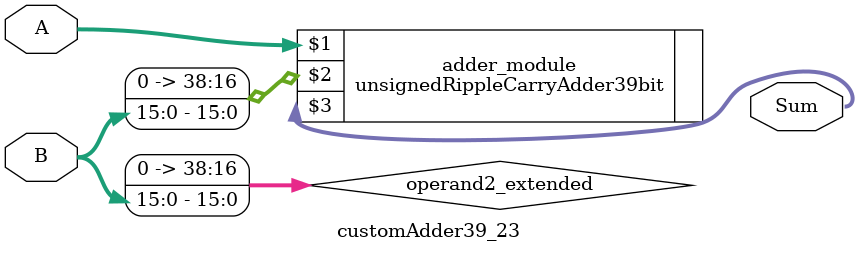
<source format=v>
module customAdder39_23(
                        input [38 : 0] A,
                        input [15 : 0] B,
                        
                        output [39 : 0] Sum
                );

        wire [38 : 0] operand2_extended;
        
        assign operand2_extended =  {23'b0, B};
        
        unsignedRippleCarryAdder39bit adder_module(
            A,
            operand2_extended,
            Sum
        );
        
        endmodule
        
</source>
